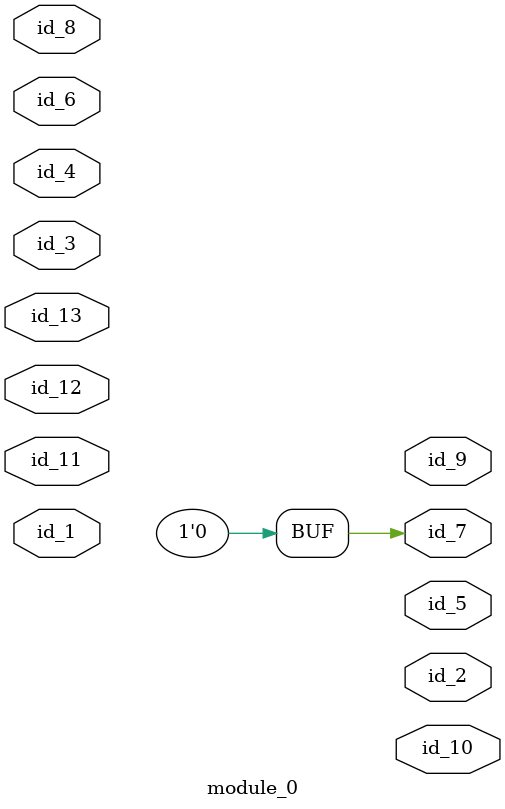
<source format=v>
module module_0 (
    id_1,
    id_2,
    id_3,
    id_4,
    id_5,
    id_6,
    id_7,
    id_8,
    id_9,
    id_10,
    id_11,
    id_12,
    id_13
);
  input id_13;
  input id_12;
  inout id_11;
  output id_10;
  output id_9;
  input id_8;
  output id_7;
  input id_6;
  output id_5;
  inout id_4;
  inout id_3;
  output id_2;
  input id_1;
  assign id_7 = id_6 ? id_11 : id_4[1] + id_1[1];
  assign id_7 = 1 - 1;
endmodule

</source>
